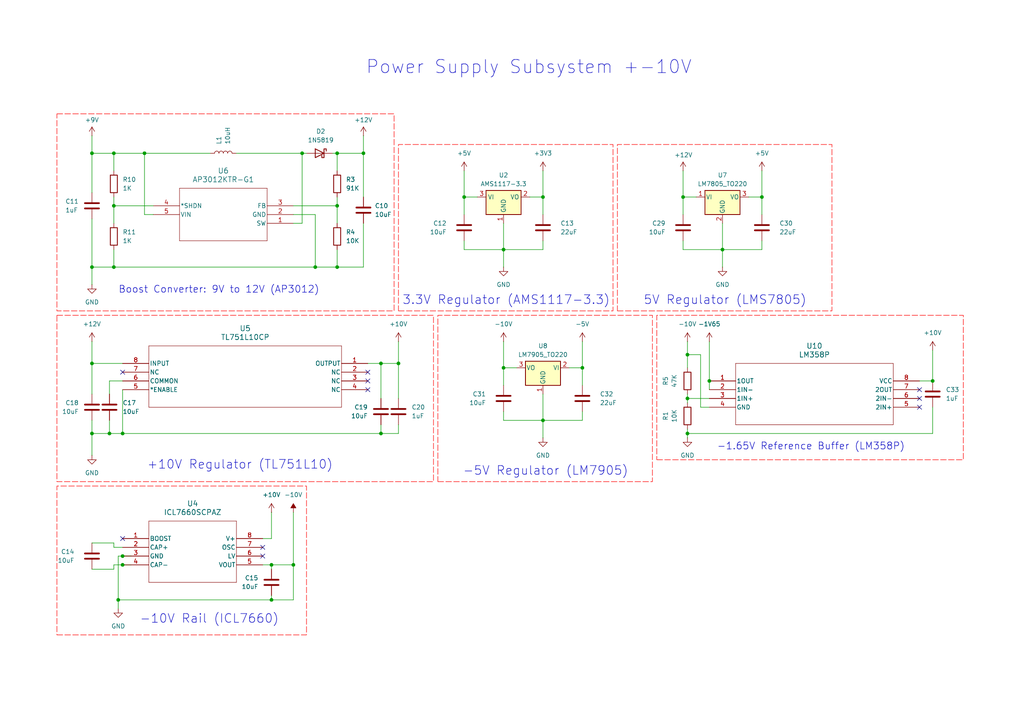
<source format=kicad_sch>
(kicad_sch (version 20250114) (generator "eeschema") (generator_version "9.0")
  (paper "A4")
  (lib_symbols
    (symbol "2025-04-09_23-15-12:TL751L10CP" (pin_names (offset 0.254))
      (property "Reference" "U" (at 35.56 10.16 0))
      (property "Value" "TL751L10CP" (at 35.56 7.62 0))
      (symbol "TL751L10CP_0_1"
        (polyline (pts (xy 7.62 5.08) (xy 7.62 -12.7)) (stroke (width 0.127)))
        (polyline (pts (xy 7.62 -12.7) (xy 63.5 -12.7)) (stroke (width 0.127)))
        (polyline (pts (xy 63.5 5.08) (xy 7.62 5.08)) (stroke (width 0.127)))
        (polyline (pts (xy 63.5 -12.7) (xy 63.5 5.08)) (stroke (width 0.127)))
        (pin output line (at 0 0 0) (length 7.62) (name "OUTPUT") (number "1"))
        (pin unspecified line (at 0 -2.54 0) (length 7.62) (name "NC") (number "2"))
        (pin unspecified line (at 0 -5.08 0) (length 7.62) (name "NC") (number "3"))
        (pin unspecified line (at 0 -7.62 0) (length 7.62) (name "NC") (number "4"))
        (pin input line (at 71.12 0 180) (length 7.62) (name "INPUT") (number "8"))
        (pin unspecified line (at 71.12 -2.54 180) (length 7.62) (name "NC") (number "7"))
        (pin unspecified line (at 71.12 -5.08 180) (length 7.62) (name "COMMON") (number "6"))
        (pin unspecified line (at 71.12 -7.62 180) (length 7.62) (name "*ENABLE") (number "5"))
      )
    )
    (symbol "2025-04-09_23-31-18:ICL7660SCPAZ" (pin_names (offset 0.254))
      (property "Reference" "U" (at 20.32 10.16 0))
      (property "Value" "ICL7660SCPAZ" (at 20.32 7.62 0))
      (symbol "ICL7660SCPAZ_0_1"
        (polyline (pts (xy 7.62 5.08) (xy 7.62 -12.7)) (stroke (width 0.127)))
        (polyline (pts (xy 7.62 -12.7) (xy 33.02 -12.7)) (stroke (width 0.127)))
        (polyline (pts (xy 33.02 5.08) (xy 7.62 5.08)) (stroke (width 0.127)))
        (polyline (pts (xy 33.02 -12.7) (xy 33.02 5.08)) (stroke (width 0.127)))
        (pin unspecified line (at 0 0 0) (length 7.62) (name "BOOST") (number "1"))
        (pin unspecified line (at 0 -2.54 0) (length 7.62) (name "CAP+") (number "2"))
        (pin power_in line (at 0 -5.08 0) (length 7.62) (name "GND") (number "3"))
        (pin unspecified line (at 0 -7.62 0) (length 7.62) (name "CAP-") (number "4"))
        (pin power_in line (at 40.64 0 180) (length 7.62) (name "V+") (number "8"))
        (pin unspecified line (at 40.64 -2.54 180) (length 7.62) (name "OSC") (number "7"))
        (pin unspecified line (at 40.64 -5.08 180) (length 7.62) (name "LV") (number "6"))
        (pin output line (at 40.64 -7.62 180) (length 7.62) (name "VOUT") (number "5"))
      )
    )
    (symbol "2025-04-09_23-40-38:AP3012KTR-G1" (pin_names (offset 0.254))
      (property "Reference" "U6" (at 20.32 10.16 0))
      (property "Value" "AP3012KTR-G1" (at 20.32 7.62 0))
      (symbol "AP3012KTR-G1_0_1"
        (polyline (pts (xy 7.62 5.08) (xy 7.62 -10.16)) (stroke (width 0.127)))
        (polyline (pts (xy 7.62 -10.16) (xy 33.02 -10.16)) (stroke (width 0.127)))
        (polyline (pts (xy 33.02 5.08) (xy 7.62 5.08)) (stroke (width 0.127)))
        (polyline (pts (xy 33.02 -10.16) (xy 33.02 5.08)) (stroke (width 0.127)))
      )
      (symbol "AP3012KTR-G1_1_1"
        (pin unspecified line (at 0 0 0) (length 7.62) (name "*SHDN") (number "4"))
        (pin power_out line (at 0 -2.54 0) (length 7.62) (name "VIN") (number "5"))
        (pin power_in line (at 40.64 0 180) (length 7.62) (name "FB") (number "3"))
        (pin unspecified line (at 40.64 -2.54 180) (length 7.62) (name "GND") (number "2"))
        (pin unspecified line (at 40.64 -5.08 180) (length 7.62) (name "SW") (number "1"))
      )
    )
    (symbol "2025-05-03_03-20-08:LM358P" (pin_names (offset 0.254))
      (property "Reference" "U" (at 30.48 10.16 0))
      (property "Value" "LM358P" (at 30.48 7.62 0))
      (symbol "LM358P_0_1"
        (polyline (pts (xy 7.62 5.08) (xy 7.62 -12.7)) (stroke (width 0.127)))
        (polyline (pts (xy 7.62 -12.7) (xy 53.34 -12.7)) (stroke (width 0.127)))
        (polyline (pts (xy 53.34 5.08) (xy 7.62 5.08)) (stroke (width 0.127)))
        (polyline (pts (xy 53.34 -12.7) (xy 53.34 5.08)) (stroke (width 0.127)))
        (pin output line (at 0 0 0) (length 7.62) (name "1OUT") (number "1"))
        (pin input line (at 0 -2.54 0) (length 7.62) (name "1IN-") (number "2"))
        (pin input line (at 0 -5.08 0) (length 7.62) (name "1IN+") (number "3"))
        (pin power_in line (at 0 -7.62 0) (length 7.62) (name "GND") (number "4"))
        (pin power_in line (at 60.96 0 180) (length 7.62) (name "VCC") (number "8"))
        (pin output line (at 60.96 -2.54 180) (length 7.62) (name "2OUT") (number "7"))
        (pin input line (at 60.96 -5.08 180) (length 7.62) (name "2IN-") (number "6"))
        (pin input line (at 60.96 -7.62 180) (length 7.62) (name "2IN+") (number "5"))
      )
    )
    (symbol "Device:C" (pin_numbers (hide yes)) (pin_names (offset 0.254))
      (property "Reference" "C" (at 0.635 2.54 0))
      (property "Value" "C" (at 0.635 -2.54 0))
      (symbol "C_0_1"
        (polyline (pts (xy -2.032 0.762) (xy 2.032 0.762)) (stroke (width 0.508)))
        (polyline (pts (xy -2.032 -0.762) (xy 2.032 -0.762)) (stroke (width 0.508)))
      )
      (symbol "C_1_1"
        (pin passive line (at 0 3.81 270) (length 2.794) (name "~") (number "1"))
        (pin passive line (at 0 -3.81 90) (length 2.794) (name "~") (number "2"))
      )
    )
    (symbol "Device:L" (pin_numbers (hide yes)) (pin_names (offset 1.016) (hide yes))
      (property "Reference" "L" (at -1.27 0 90))
      (property "Value" "L" (at 1.905 0 90))
      (symbol "L_0_1"
        (arc (start 0 2.54) (mid 0.6323 1.905) (end 0 1.27))
        (arc (start 0 1.27) (mid 0.6323 0.635) (end 0 0))
        (arc (start 0 0) (mid 0.6323 -0.635) (end 0 -1.27))
        (arc (start 0 -1.27) (mid 0.6323 -1.905) (end 0 -2.54))
      )
      (symbol "L_1_1"
        (pin passive line (at 0 3.81 270) (length 1.27) (name "1") (number "1"))
        (pin passive line (at 0 -3.81 90) (length 1.27) (name "2") (number "2"))
      )
    )
    (symbol "Device:R" (pin_numbers (hide yes)) (pin_names (offset 0))
      (property "Reference" "R" (at 2.032 0 90))
      (property "Value" "R" (at 0 0 90))
      (symbol "R_0_1"
        (rectangle (start -1.016 -2.54) (end 1.016 2.54) (stroke (width 0.254)))
      )
      (symbol "R_1_1"
        (pin passive line (at 0 3.81 270) (length 1.27) (name "~") (number "1"))
        (pin passive line (at 0 -3.81 90) (length 1.27) (name "~") (number "2"))
      )
    )
    (symbol "Diode:1N5819" (pin_numbers (hide yes)) (pin_names (offset 1.016) (hide yes))
      (property "Reference" "D" (at 0 2.54 0))
      (property "Value" "1N5819" (at 0 -2.54 0))
      (symbol "1N5819_0_1"
        (polyline (pts (xy -1.905 0.635) (xy -1.905 1.27) (xy -1.27 1.27) (xy -1.27 -1.27) (xy -0.635 -1.27) (xy -0.635 -0.635)) (stroke (width 0.254)))
        (polyline (pts (xy 1.27 1.27) (xy 1.27 -1.27) (xy -1.27 0) (xy 1.27 1.27)) (stroke (width 0.254)))
        (polyline (pts (xy 1.27 0) (xy -1.27 0)))
      )
      (symbol "1N5819_1_1"
        (pin passive line (at -3.81 0 0) (length 2.54) (name "K") (number "1"))
        (pin passive line (at 3.81 0 180) (length 2.54) (name "A") (number "2"))
      )
    )
    (symbol "Regulator_Linear:AMS1117-3.3"
      (property "Reference" "U" (at -3.81 3.175 0))
      (property "Value" "AMS1117-3.3" (at 0 3.175 0))
      (symbol "AMS1117-3.3_0_1"
        (rectangle (start -5.08 -5.08) (end 5.08 1.905) (stroke (width 0.254)) (fill (type background)))
      )
      (symbol "AMS1117-3.3_1_1"
        (pin power_in line (at -7.62 0 0) (length 2.54) (name "VI") (number "3"))
        (pin power_in line (at 0 -7.62 90) (length 2.54) (name "GND") (number "1"))
        (pin power_out line (at 7.62 0 180) (length 2.54) (name "VO") (number "2"))
      )
    )
    (symbol "Regulator_Linear:LM7805_TO220" (pin_names (offset 0.254))
      (property "Reference" "U" (at -3.81 3.175 0))
      (property "Value" "LM7805_TO220" (at 0 3.175 0))
      (symbol "LM7805_TO220_0_1"
        (rectangle (start -5.08 1.905) (end 5.08 -5.08) (stroke (width 0.254)) (fill (type background)))
      )
      (symbol "LM7805_TO220_1_1"
        (pin power_in line (at -7.62 0 0) (length 2.54) (name "VI") (number "1"))
        (pin power_in line (at 0 -7.62 90) (length 2.54) (name "GND") (number "2"))
        (pin power_out line (at 7.62 0 180) (length 2.54) (name "VO") (number "3"))
      )
    )
    (symbol "Regulator_Linear:LM7905_TO220" (pin_names (offset 0.254))
      (property "Reference" "U" (at -3.81 -3.175 0))
      (property "Value" "LM7905_TO220" (at 0 -3.175 0))
      (symbol "LM7905_TO220_0_1"
        (rectangle (start -5.08 5.08) (end 5.08 -1.905) (stroke (width 0.254)) (fill (type background)))
      )
      (symbol "LM7905_TO220_1_1"
        (pin power_in line (at -7.62 0 0) (length 2.54) (name "VI") (number "2"))
        (pin power_in line (at 0 7.62 270) (length 2.54) (name "GND") (number "1"))
        (pin power_out line (at 7.62 0 180) (length 2.54) (name "VO") (number "3"))
      )
    )
    (symbol "power:+10V" (power) (pin_numbers (hide yes)) (pin_names (offset 0) (hide yes))
      (property "Value" "+10V" (at 0 3.556 0))
      (symbol "+10V_0_1"
        (polyline (pts (xy -0.762 1.27) (xy 0 2.54)))
        (polyline (pts (xy 0 2.54) (xy 0.762 1.27)))
        (polyline (pts (xy 0 0) (xy 0 2.54)))
      )
      (symbol "+10V_1_1"
        (pin power_in line (at 0 0 90) (length 0) (name "~") (number "1"))
      )
    )
    (symbol "power:+12V" (power) (pin_numbers (hide yes)) (pin_names (offset 0) (hide yes))
      (property "Value" "+12V" (at 0 3.556 0))
      (symbol "+12V_0_1"
        (polyline (pts (xy -0.762 1.27) (xy 0 2.54)))
        (polyline (pts (xy 0 2.54) (xy 0.762 1.27)))
        (polyline (pts (xy 0 0) (xy 0 2.54)))
      )
      (symbol "+12V_1_1"
        (pin power_in line (at 0 0 90) (length 0) (name "~") (number "1"))
      )
    )
    (symbol "power:+3V3" (power) (pin_numbers (hide yes)) (pin_names (offset 0) (hide yes))
      (property "Value" "+3V3" (at 0 3.556 0))
      (symbol "+3V3_0_1"
        (polyline (pts (xy -0.762 1.27) (xy 0 2.54)))
        (polyline (pts (xy 0 2.54) (xy 0.762 1.27)))
        (polyline (pts (xy 0 0) (xy 0 2.54)))
      )
      (symbol "+3V3_1_1"
        (pin power_in line (at 0 0 90) (length 0) (name "~") (number "1"))
      )
    )
    (symbol "power:+9V" (power) (pin_numbers (hide yes)) (pin_names (offset 0) (hide yes))
      (property "Value" "+9V" (at 0 3.556 0))
      (symbol "+9V_0_1"
        (polyline (pts (xy -0.762 1.27) (xy 0 2.54)))
        (polyline (pts (xy 0 2.54) (xy 0.762 1.27)))
        (polyline (pts (xy 0 0) (xy 0 2.54)))
      )
      (symbol "+9V_1_1"
        (pin power_in line (at 0 0 90) (length 0) (name "~") (number "1"))
      )
    )
    (symbol "power:-10V" (power) (pin_numbers (hide yes)) (pin_names (offset 0) (hide yes))
      (property "Value" "-10V" (at 0 3.556 0))
      (symbol "-10V_0_0"
        (pin power_in line (at 0 0 90) (length 0) (name "~") (number "1"))
      )
      (symbol "-10V_0_1"
        (polyline (pts (xy 0 0) (xy 0 1.27) (xy 0.762 1.27) (xy 0 2.54) (xy -0.762 1.27) (xy 0 1.27)) (fill (type outline)))
      )
    )
    (symbol "power:GND" (power) (pin_numbers (hide yes)) (pin_names (offset 0) (hide yes))
      (property "Value" "GND" (at 0 -3.81 0))
      (symbol "GND_0_1"
        (polyline (pts (xy 0 0) (xy 0 -1.27) (xy 1.27 -1.27) (xy 0 -2.54) (xy -1.27 -1.27) (xy 0 -1.27)))
      )
      (symbol "GND_1_1"
        (pin power_in line (at 0 0 270) (length 0) (name "~") (number "1"))
      )
    )
  )
  (text "Power Supply Subsystem +-10V" (at 153.416 19.558 0) (effects (font (size 3.81 3.81))))
  (text "-1.65V Reference Buffer (LM358P)" (at 235.204 129.54 0) (effects (font (size 2.032 2.032))))
  (text "5V Regulator (LMS7805)" (at 210.312 87.122 0) (effects (font (size 2.54 2.54))))
  (text "+10V Regulator (TL751L10)" (at 69.596 134.874 0) (effects (font (size 2.54 2.54))))
  (text "-5V Regulator (LM7905)" (at 158.242 136.652 0) (effects (font (size 2.54 2.54))))
  (text "−10V Rail (ICL7660)" (at 60.706 179.578 0) (effects (font (size 2.54 2.54))))
  (text "Boost Converter: 9V to 12V (AP3012)" (at 63.5 84.074 0) (effects (font (size 2.032 2.032))))
  (text "3.3V Regulator (AMS1117-3.3)" (at 146.812 87.122 0) (effects (font (size 2.54 2.54))))
  (junction (at 97.79 77.47))
  (junction (at 168.91 106.68))
  (junction (at 41.91 44.45))
  (junction (at 97.79 59.69))
  (junction (at 199.39 125.73))
  (junction (at 146.05 72.39))
  (junction (at 209.55 72.39))
  (junction (at 31.75 125.73))
  (junction (at 270.51 110.49))
  (junction (at 26.67 105.41))
  (junction (at 105.41 44.45))
  (junction (at 78.74 163.83))
  (junction (at 97.79 44.45))
  (junction (at 35.56 161.29))
  (junction (at 157.48 57.15))
  (junction (at 205.74 110.49))
  (junction (at 26.67 44.45))
  (junction (at 146.05 106.68))
  (junction (at 110.49 105.41))
  (junction (at 33.02 59.69))
  (junction (at 35.56 125.73))
  (junction (at 33.02 44.45))
  (junction (at 199.39 115.57))
  (junction (at 115.57 105.41))
  (junction (at 26.67 77.47))
  (junction (at 110.49 125.73))
  (junction (at 85.09 163.83))
  (junction (at 78.74 173.99))
  (junction (at 26.67 125.73))
  (junction (at 199.39 102.87))
  (junction (at 198.12 57.15))
  (junction (at 34.29 173.99))
  (junction (at 35.56 163.83))
  (junction (at 33.02 77.47))
  (junction (at 91.44 77.47))
  (junction (at 220.98 57.15))
  (junction (at 157.48 121.92))
  (junction (at 87.63 44.45))
  (junction (at 134.62 57.15))
  (no_connect (at 35.56 107.95))
  (no_connect (at 76.2 161.29))
  (no_connect (at 266.7 118.11))
  (no_connect (at 106.68 107.95))
  (no_connect (at 266.7 113.03))
  (no_connect (at 106.68 110.49))
  (no_connect (at 35.56 156.21))
  (no_connect (at 106.68 113.03))
  (no_connect (at 266.7 115.57))
  (no_connect (at 76.2 158.75))
  (wire (pts (xy 33.02 165.1) (xy 26.67 165.1)))
  (wire (pts (xy 26.67 132.08) (xy 26.67 125.73)))
  (wire (pts (xy 146.05 106.68) (xy 146.05 111.76)))
  (wire (pts (xy 165.1 106.68) (xy 168.91 106.68)))
  (wire (pts (xy 33.02 157.48) (xy 33.02 158.75)))
  (wire (pts (xy 26.67 105.41) (xy 26.67 114.3)))
  (wire (pts (xy 199.39 127) (xy 199.39 125.73)))
  (wire (pts (xy 33.02 59.69) (xy 33.02 64.77)))
  (wire (pts (xy 41.91 62.23) (xy 41.91 44.45)))
  (wire (pts (xy 85.09 163.83) (xy 85.09 173.99)))
  (wire (pts (xy 31.75 121.92) (xy 31.75 125.73)))
  (wire (pts (xy 153.67 57.15) (xy 157.48 57.15)))
  (wire (pts (xy 85.09 59.69) (xy 97.79 59.69)))
  (wire (pts (xy 87.63 44.45) (xy 87.63 64.77)))
  (wire (pts (xy 105.41 39.37) (xy 105.41 44.45)))
  (wire (pts (xy 157.48 69.85) (xy 157.48 72.39)))
  (wire (pts (xy 220.98 72.39) (xy 209.55 72.39)))
  (wire (pts (xy 26.67 125.73) (xy 31.75 125.73)))
  (wire (pts (xy 149.86 106.68) (xy 146.05 106.68)))
  (wire (pts (xy 198.12 69.85) (xy 198.12 72.39)))
  (wire (pts (xy 85.09 148.59) (xy 85.09 163.83)))
  (wire (pts (xy 38.1 161.29) (xy 35.56 161.29)))
  (wire (pts (xy 199.39 99.06) (xy 199.39 102.87)))
  (wire (pts (xy 78.74 173.99) (xy 85.09 173.99)))
  (wire (pts (xy 157.48 72.39) (xy 146.05 72.39)))
  (wire (pts (xy 157.48 57.15) (xy 157.48 62.23)))
  (wire (pts (xy 31.75 110.49) (xy 31.75 114.3)))
  (wire (pts (xy 134.62 57.15) (xy 134.62 62.23)))
  (wire (pts (xy 203.2 118.11) (xy 203.2 102.87)))
  (wire (pts (xy 26.67 121.92) (xy 26.67 125.73)))
  (wire (pts (xy 78.74 165.1) (xy 78.74 163.83)))
  (wire (pts (xy 97.79 72.39) (xy 97.79 77.47)))
  (wire (pts (xy 76.2 156.21) (xy 78.74 156.21)))
  (wire (pts (xy 205.74 99.06) (xy 205.74 110.49)))
  (wire (pts (xy 26.67 39.37) (xy 26.67 44.45)))
  (wire (pts (xy 35.56 163.83) (xy 33.02 163.83)))
  (wire (pts (xy 26.67 44.45) (xy 33.02 44.45)))
  (wire (pts (xy 35.56 110.49) (xy 31.75 110.49)))
  (wire (pts (xy 209.55 72.39) (xy 209.55 77.47)))
  (wire (pts (xy 105.41 77.47) (xy 97.79 77.47)))
  (wire (pts (xy 91.44 62.23) (xy 91.44 77.47)))
  (wire (pts (xy 33.02 77.47) (xy 91.44 77.47)))
  (wire (pts (xy 134.62 72.39) (xy 146.05 72.39)))
  (wire (pts (xy 198.12 72.39) (xy 209.55 72.39)))
  (wire (pts (xy 35.56 161.29) (xy 34.29 161.29)))
  (wire (pts (xy 115.57 123.19) (xy 115.57 125.73)))
  (wire (pts (xy 199.39 102.87) (xy 199.39 106.68)))
  (wire (pts (xy 33.02 57.15) (xy 33.02 59.69)))
  (wire (pts (xy 199.39 116.84) (xy 199.39 115.57)))
  (wire (pts (xy 157.48 121.92) (xy 157.48 127)))
  (wire (pts (xy 33.02 72.39) (xy 33.02 77.47)))
  (wire (pts (xy 35.56 113.03) (xy 35.56 125.73)))
  (wire (pts (xy 134.62 69.85) (xy 134.62 72.39)))
  (wire (pts (xy 199.39 115.57) (xy 205.74 115.57)))
  (wire (pts (xy 168.91 121.92) (xy 157.48 121.92)))
  (wire (pts (xy 270.51 125.73) (xy 199.39 125.73)))
  (wire (pts (xy 97.79 44.45) (xy 96.52 44.45)))
  (wire (pts (xy 85.09 62.23) (xy 91.44 62.23)))
  (wire (pts (xy 146.05 119.38) (xy 146.05 121.92)))
  (wire (pts (xy 134.62 49.53) (xy 134.62 57.15)))
  (wire (pts (xy 78.74 163.83) (xy 85.09 163.83)))
  (wire (pts (xy 33.02 44.45) (xy 33.02 49.53)))
  (wire (pts (xy 203.2 102.87) (xy 199.39 102.87)))
  (wire (pts (xy 220.98 49.53) (xy 220.98 57.15)))
  (wire (pts (xy 198.12 49.53) (xy 198.12 57.15)))
  (wire (pts (xy 38.1 163.83) (xy 35.56 163.83)))
  (wire (pts (xy 105.41 44.45) (xy 97.79 44.45)))
  (wire (pts (xy 87.63 44.45) (xy 88.9 44.45)))
  (wire (pts (xy 34.29 176.53) (xy 34.29 173.99)))
  (wire (pts (xy 85.09 64.77) (xy 87.63 64.77)))
  (wire (pts (xy 205.74 118.11) (xy 203.2 118.11)))
  (wire (pts (xy 270.51 101.6) (xy 270.51 110.49)))
  (wire (pts (xy 106.68 105.41) (xy 110.49 105.41)))
  (wire (pts (xy 138.43 57.15) (xy 134.62 57.15)))
  (wire (pts (xy 270.51 118.11) (xy 270.51 125.73)))
  (wire (pts (xy 220.98 57.15) (xy 220.98 62.23)))
  (wire (pts (xy 168.91 106.68) (xy 168.91 111.76)))
  (wire (pts (xy 199.39 114.3) (xy 199.39 115.57)))
  (wire (pts (xy 110.49 105.41) (xy 110.49 115.57)))
  (wire (pts (xy 201.93 57.15) (xy 198.12 57.15)))
  (wire (pts (xy 199.39 124.46) (xy 199.39 125.73)))
  (wire (pts (xy 33.02 59.69) (xy 44.45 59.69)))
  (wire (pts (xy 97.79 44.45) (xy 97.79 49.53)))
  (wire (pts (xy 105.41 44.45) (xy 105.41 57.15)))
  (wire (pts (xy 31.75 125.73) (xy 35.56 125.73)))
  (wire (pts (xy 26.67 105.41) (xy 35.56 105.41)))
  (wire (pts (xy 97.79 57.15) (xy 97.79 59.69)))
  (wire (pts (xy 209.55 64.77) (xy 209.55 72.39)))
  (wire (pts (xy 115.57 99.06) (xy 115.57 105.41)))
  (wire (pts (xy 26.67 77.47) (xy 26.67 82.55)))
  (wire (pts (xy 97.79 77.47) (xy 91.44 77.47)))
  (wire (pts (xy 78.74 172.72) (xy 78.74 173.99)))
  (wire (pts (xy 34.29 161.29) (xy 34.29 173.99)))
  (wire (pts (xy 146.05 99.06) (xy 146.05 106.68)))
  (wire (pts (xy 87.63 44.45) (xy 68.58 44.45)))
  (wire (pts (xy 157.48 49.53) (xy 157.48 57.15)))
  (wire (pts (xy 41.91 44.45) (xy 60.96 44.45)))
  (wire (pts (xy 146.05 72.39) (xy 146.05 77.47)))
  (wire (pts (xy 35.56 125.73) (xy 110.49 125.73)))
  (wire (pts (xy 266.7 110.49) (xy 270.51 110.49)))
  (wire (pts (xy 33.02 163.83) (xy 33.02 165.1)))
  (wire (pts (xy 26.67 99.06) (xy 26.67 105.41)))
  (wire (pts (xy 198.12 57.15) (xy 198.12 62.23)))
  (wire (pts (xy 217.17 57.15) (xy 220.98 57.15)))
  (wire (pts (xy 168.91 99.06) (xy 168.91 106.68)))
  (wire (pts (xy 146.05 121.92) (xy 157.48 121.92)))
  (wire (pts (xy 115.57 125.73) (xy 110.49 125.73)))
  (wire (pts (xy 26.67 63.5) (xy 26.67 77.47)))
  (wire (pts (xy 205.74 113.03) (xy 205.74 110.49)))
  (wire (pts (xy 33.02 158.75) (xy 35.56 158.75)))
  (wire (pts (xy 157.48 114.3) (xy 157.48 121.92)))
  (wire (pts (xy 44.45 62.23) (xy 41.91 62.23)))
  (wire (pts (xy 105.41 64.77) (xy 105.41 77.47)))
  (wire (pts (xy 115.57 105.41) (xy 115.57 115.57)))
  (wire (pts (xy 26.67 157.48) (xy 33.02 157.48)))
  (wire (pts (xy 220.98 69.85) (xy 220.98 72.39)))
  (wire (pts (xy 34.29 173.99) (xy 78.74 173.99)))
  (wire (pts (xy 168.91 119.38) (xy 168.91 121.92)))
  (wire (pts (xy 78.74 163.83) (xy 76.2 163.83)))
  (wire (pts (xy 97.79 59.69) (xy 97.79 64.77)))
  (wire (pts (xy 33.02 44.45) (xy 41.91 44.45)))
  (wire (pts (xy 146.05 64.77) (xy 146.05 72.39)))
  (wire (pts (xy 26.67 44.45) (xy 26.67 55.88)))
  (wire (pts (xy 110.49 105.41) (xy 115.57 105.41)))
  (wire (pts (xy 78.74 148.59) (xy 78.74 156.21)))
  (wire (pts (xy 26.67 77.47) (xy 33.02 77.47)))
  (wire (pts (xy 110.49 123.19) (xy 110.49 125.73)))
  (rule_area (polyline (pts (xy 115.57 90.17) (xy 177.8 90.17) (xy 177.8 41.91) (xy 115.57 41.91)) (stroke (width 0) (type dash))))
  (rule_area (polyline (pts (xy 16.51 184.15) (xy 88.9 184.15) (xy 88.9 140.97) (xy 16.51 140.97)) (stroke (width 0) (type dash))))
  (rule_area (polyline (pts (xy 190.5 133.35) (xy 279.4 133.35) (xy 279.4 91.44) (xy 190.5 91.44)) (stroke (width 0) (type dash))))
  (rule_area (polyline (pts (xy 127 139.7) (xy 189.23 139.7) (xy 189.23 91.44) (xy 127 91.44)) (stroke (width 0) (type dash))))
  (rule_area (polyline (pts (xy 16.51 91.44) (xy 125.73 91.44) (xy 125.73 139.7) (xy 16.51 139.7)) (stroke (width 0) (type dash))))
  (rule_area (polyline (pts (xy 179.07 90.17) (xy 241.3 90.17) (xy 241.3 41.91) (xy 179.07 41.91)) (stroke (width 0) (type dash))))
  (rule_area (polyline (pts (xy 16.51 33.02) (xy 114.3 33.02) (xy 114.3 90.17) (xy 16.51 90.17)) (stroke (width 0) (type dash))))
  (symbol (lib_id "Device:C") (at 134.62 66.04 0) (mirror y) (unit 1)
    (property "Reference" "C12" (at 129.54 64.7699 0) (effects (justify left)))
    (property "Value" "10uF" (at 129.54 67.3099 0) (effects (justify left)))
    (property "Description" "Unpolarized capacitor" (effects (hide yes)))
  )
  (symbol (lib_id "Device:R") (at 33.02 53.34 0) (unit 1)
    (property "Reference" "R10" (at 35.56 52.0699 0) (effects (justify left)))
    (property "Value" "1K" (at 35.56 54.6099 0) (effects (justify left)))
    (property "Description" "Resistor" (effects (hide yes)))
  )
  (symbol (lib_id "power:+3V3") (at 168.91 99.06 0) (unit 1)
    (property "Reference" "#PWR035" (effects (hide yes)))
    (property "Value" "-5V" (at 168.91 93.98 0))
    (property "Description" "Power symbol creates a global label with name \"+3V3\"" (effects (hide yes)))
  )
  (symbol (lib_id "power:+10V") (at 270.51 101.6 0) (unit 1)
    (property "Reference" "#PWR038" (effects (hide yes)))
    (property "Value" "+10V" (at 270.51 96.52 0))
    (property "Description" "Power symbol creates a global label with name \"+10V\"" (effects (hide yes)))
  )
  (symbol (lib_id "Device:C") (at 146.05 115.57 0) (mirror y) (unit 1)
    (property "Reference" "C31" (at 140.97 114.2999 0) (effects (justify left)))
    (property "Value" "10uF" (at 140.97 116.8399 0) (effects (justify left)))
    (property "Description" "Unpolarized capacitor" (effects (hide yes)))
  )
  (symbol (lib_id "Regulator_Linear:LM7805_TO220") (at 209.55 57.15 0) (unit 1)
    (property "Reference" "U7" (at 209.55 50.8 0))
    (property "Value" "LM7805_TO220" (at 209.55 53.34 0))
    (property "Footprint" "Package_TO_SOT_THT:TO-220-3_Vertical" (effects (hide yes)))
    (property "Datasheet" "https://www.onsemi.cn/PowerSolutions/document/MC7800-D.PDF" (effects (hide yes)))
    (property "Description" "Positive 1A 35V Linear Regulator, Fixed Output 5V, TO-220" (effects (hide yes)))
  )
  (symbol (lib_id "Device:L") (at 64.77 44.45 90) (unit 1)
    (property "Reference" "L1" (at 63.4999 41.91 0) (effects (justify left)))
    (property "Value" "10uH" (at 66.0399 41.91 0) (effects (justify left)))
    (property "Description" "Inductor" (effects (hide yes)))
  )
  (symbol (lib_id "power:-10V") (at 85.09 148.59 0) (unit 1)
    (property "Reference" "#PWR031" (effects (hide yes)))
    (property "Value" "-10V" (at 85.09 143.51 0))
    (property "Description" "Power symbol creates a global label with name \"-10V\"" (effects (hide yes)))
  )
  (symbol (lib_id "power:GND") (at 26.67 132.08 0) (unit 1)
    (property "Reference" "#PWR012" (effects (hide yes)))
    (property "Value" "GND" (at 26.67 137.16 0))
    (property "Description" "Power symbol creates a global label with name \"GND\" , ground" (effects (hide yes)))
  )
  (symbol (lib_id "Device:C") (at 115.57 119.38 0) (unit 1)
    (property "Reference" "C20" (at 119.38 118.1099 0) (effects (justify left)))
    (property "Value" "1uF" (at 119.38 120.6499 0) (effects (justify left)))
    (property "Description" "Unpolarized capacitor" (effects (hide yes)))
  )
  (symbol (lib_id "Device:R") (at 97.79 68.58 0) (unit 1)
    (property "Reference" "R4" (at 100.33 67.3099 0) (effects (justify left)))
    (property "Value" "10K" (at 100.33 69.8499 0) (effects (justify left)))
    (property "Description" "Resistor" (effects (hide yes)))
  )
  (symbol (lib_id "2025-04-09_23-40-38:AP3012KTR-G1") (at 44.45 59.69 0) (unit 1)
    (property "Reference" "U6" (at 64.77 49.53 0) (effects (font (size 1.524 1.524))))
    (property "Value" "AP3012KTR-G1" (at 64.77 52.07 0) (effects (font (size 1.524 1.524))))
    (property "Footprint" "SOT-23-5_DIO" (effects (hide yes)))
    (property "Datasheet" "AP3012KTR-G1" (effects (hide yes)))
  )
  (symbol (lib_id "2025-04-09_23-15-12:TL751L10CP") (at 106.68 105.41 0) (mirror y) (unit 1)
    (property "Reference" "U5" (at 71.12 95.25 0) (effects (font (size 1.524 1.524))))
    (property "Value" "TL751L10CP" (at 71.12 97.79 0) (effects (font (size 1.524 1.524))))
    (property "Footprint" "P8_TEX" (effects (hide yes)))
    (property "Datasheet" "TL751L10CP" (effects (hide yes)))
  )
  (symbol (lib_id "2025-04-09_23-31-18:ICL7660SCPAZ") (at 35.56 156.21 0) (unit 1)
    (property "Reference" "U4" (at 55.88 146.05 0) (effects (font (size 1.524 1.524))))
    (property "Value" "ICL7660SCPAZ" (at 55.88 148.59 0) (effects (font (size 1.524 1.524))))
    (property "Footprint" "PDIP8_7P11X10P16_INR" (effects (hide yes)))
    (property "Datasheet" "ICL7660SCPAZ" (effects (hide yes)))
  )
  (symbol (lib_id "power:+10V") (at 146.05 99.06 0) (unit 1)
    (property "Reference" "#PWR034" (effects (hide yes)))
    (property "Value" "-10V" (at 146.05 93.98 0))
    (property "Description" "Power symbol creates a global label with name \"+10V\"" (effects (hide yes)))
  )
  (symbol (lib_id "2025-05-03_03-20-08:LM358P") (at 205.74 110.49 0) (unit 1)
    (property "Reference" "U10" (at 236.22 100.33 0) (effects (font (size 1.524 1.524))))
    (property "Value" "LM358P" (at 236.22 102.87 0) (effects (font (size 1.524 1.524))))
    (property "Footprint" "P8" (effects (hide yes)))
    (property "Datasheet" "LM358P" (effects (hide yes)))
  )
  (symbol (lib_id "power:+12V") (at 105.41 39.37 0) (unit 1)
    (property "Reference" "#PWR025" (effects (hide yes)))
    (property "Value" "+12V" (at 105.41 34.798 0))
    (property "Description" "Power symbol creates a global label with name \"+12V\"" (effects (hide yes)))
  )
  (symbol (lib_id "power:+10V") (at 198.12 49.53 0) (unit 1)
    (property "Reference" "#PWR032" (effects (hide yes)))
    (property "Value" "+12V" (at 195.58 44.958 0) (effects (justify left)))
    (property "Description" "Power symbol creates a global label with name \"+10V\"" (effects (hide yes)))
  )
  (symbol (lib_id "Device:C") (at 26.67 59.69 0) (mirror y) (unit 1)
    (property "Reference" "C11" (at 22.86 58.42 0) (effects (justify left)))
    (property "Value" "1uF" (at 22.606 60.96 0) (effects (justify left)))
    (property "Description" "Unpolarized capacitor" (effects (hide yes)))
  )
  (symbol (lib_id "Device:C") (at 31.75 118.11 0) (unit 1)
    (property "Reference" "C17" (at 35.56 116.8399 0) (effects (justify left)))
    (property "Value" "10uF" (at 35.56 119.3799 0) (effects (justify left)))
    (property "Description" "Unpolarized capacitor" (effects (hide yes)))
  )
  (symbol (lib_id "Device:C") (at 110.49 119.38 0) (mirror y) (unit 1)
    (property "Reference" "C19" (at 106.68 118.1099 0) (effects (justify left)))
    (property "Value" "10uF" (at 106.68 120.6499 0) (effects (justify left)))
    (property "Description" "Unpolarized capacitor" (effects (hide yes)))
  )
  (symbol (lib_id "power:+10V") (at 199.39 99.06 0) (unit 1)
    (property "Reference" "#PWR036" (effects (hide yes)))
    (property "Value" "-10V" (at 199.39 93.98 0))
    (property "Description" "Power symbol creates a global label with name \"+10V\"" (effects (hide yes)))
  )
  (symbol (lib_id "power:GND") (at 157.48 127 0) (unit 1)
    (property "Reference" "#PWR016" (effects (hide yes)))
    (property "Value" "GND" (at 157.48 132.08 0))
    (property "Description" "Power symbol creates a global label with name \"GND\" , ground" (effects (hide yes)))
  )
  (symbol (lib_id "power:+10V") (at 78.74 148.59 0) (unit 1)
    (property "Reference" "#PWR030" (effects (hide yes)))
    (property "Value" "+10V" (at 78.74 143.51 0))
    (property "Description" "Power symbol creates a global label with name \"+10V\"" (effects (hide yes)))
  )
  (symbol (lib_id "Device:C") (at 26.67 118.11 0) (mirror y) (unit 1)
    (property "Reference" "C18" (at 22.86 116.8399 0) (effects (justify left)))
    (property "Value" "10uF" (at 22.86 119.3799 0) (effects (justify left)))
    (property "Description" "Unpolarized capacitor" (effects (hide yes)))
  )
  (symbol (lib_id "power:GND") (at 146.05 77.47 0) (unit 1)
    (property "Reference" "#PWR011" (effects (hide yes)))
    (property "Value" "GND" (at 146.05 82.55 0))
    (property "Description" "Power symbol creates a global label with name \"GND\" , ground" (effects (hide yes)))
  )
  (symbol (lib_id "power:+12V") (at 26.67 99.06 0) (unit 1)
    (property "Reference" "#PWR026" (effects (hide yes)))
    (property "Value" "+12V" (at 26.67 93.98 0))
    (property "Description" "Power symbol creates a global label with name \"+12V\"" (effects (hide yes)))
  )
  (symbol (lib_id "Device:C") (at 198.12 66.04 0) (mirror y) (unit 1)
    (property "Reference" "C29" (at 193.04 64.7699 0) (effects (justify left)))
    (property "Value" "10uF" (at 193.04 67.3099 0) (effects (justify left)))
    (property "Description" "Unpolarized capacitor" (effects (hide yes)))
  )
  (symbol (lib_id "power:+10V") (at 205.74 99.06 0) (unit 1)
    (property "Reference" "#PWR039" (effects (hide yes)))
    (property "Value" "-1V65" (at 205.74 93.98 0))
    (property "Description" "Power symbol creates a global label with name \"+10V\"" (effects (hide yes)))
  )
  (symbol (lib_id "power:+9V") (at 26.67 39.37 0) (unit 1)
    (property "Reference" "#PWR024" (effects (hide yes)))
    (property "Value" "+9V" (at 26.67 34.798 0))
    (property "Description" "Power symbol creates a global label with name \"+9V\"" (effects (hide yes)))
  )
  (symbol (lib_id "Regulator_Linear:LM7905_TO220") (at 157.48 106.68 180) (unit 1)
    (property "Reference" "U8" (at 157.48 100.33 0))
    (property "Value" "LM7905_TO220" (at 157.48 102.87 0))
    (property "Footprint" "Package_TO_SOT_THT:TO-220-3_Vertical" (effects (hide yes)))
    (property "Datasheet" "https://www.onsemi.com/pub/Collateral/MC7900-D.PDF" (effects (hide yes)))
    (property "Description" "Negative 1A 35V Linear Regulator, Fixed Output 5V, TO-220" (effects (hide yes)))
  )
  (symbol (lib_id "power:GND") (at 26.67 82.55 0) (unit 1)
    (property "Reference" "#PWR010" (effects (hide yes)))
    (property "Value" "GND" (at 26.67 87.63 0))
    (property "Description" "Power symbol creates a global label with name \"GND\" , ground" (effects (hide yes)))
  )
  (symbol (lib_id "Device:C") (at 105.41 60.96 0) (unit 1)
    (property "Reference" "C10" (at 108.712 59.69 0) (effects (justify left)))
    (property "Value" "10uF" (at 108.712 62.23 0) (effects (justify left)))
    (property "Description" "Unpolarized capacitor" (effects (hide yes)))
  )
  (symbol (lib_id "power:GND") (at 34.29 176.53 0) (unit 1)
    (property "Reference" "#PWR014" (effects (hide yes)))
    (property "Value" "GND" (at 34.29 181.61 0))
    (property "Description" "Power symbol creates a global label with name \"GND\" , ground" (effects (hide yes)))
  )
  (symbol (lib_id "Device:R") (at 33.02 68.58 0) (unit 1)
    (property "Reference" "R11" (at 35.56 67.3099 0) (effects (justify left)))
    (property "Value" "1K" (at 35.56 69.8499 0) (effects (justify left)))
    (property "Description" "Resistor" (effects (hide yes)))
  )
  (symbol (lib_id "Device:R") (at 97.79 53.34 0) (unit 1)
    (property "Reference" "R3" (at 100.33 52.0699 0) (effects (justify left)))
    (property "Value" "91K" (at 100.33 54.6099 0) (effects (justify left)))
    (property "Description" "Resistor" (effects (hide yes)))
  )
  (symbol (lib_id "Diode:1N5819") (at 92.71 44.45 0) (mirror y) (unit 1)
    (property "Reference" "D2" (at 93.0275 38.1 0))
    (property "Value" "1N5819" (at 93.0275 40.64 0))
    (property "Footprint" "Diode_THT:D_DO-41_SOD81_P10.16mm_Horizontal" (effects (hide yes)))
    (property "Datasheet" "http://www.vishay.com/docs/88525/1n5817.pdf" (effects (hide yes)))
    (property "Description" "40V 1A Schottky Barrier Rectifier Diode, DO-41" (effects (hide yes)))
  )
  (symbol (lib_id "power:+3V3") (at 134.62 49.53 0) (unit 1)
    (property "Reference" "#PWR040" (effects (hide yes)))
    (property "Value" "+5V" (at 134.62 44.45 0))
    (property "Description" "Power symbol creates a global label with name \"+3V3\"" (effects (hide yes)))
  )
  (symbol (lib_id "power:+10V") (at 115.57 99.06 0) (unit 1)
    (property "Reference" "#PWR027" (effects (hide yes)))
    (property "Value" "+10V" (at 115.57 93.98 0))
    (property "Description" "Power symbol creates a global label with name \"+10V\"" (effects (hide yes)))
  )
  (symbol (lib_id "Regulator_Linear:AMS1117-3.3") (at 146.05 57.15 0) (unit 1)
    (property "Reference" "U2" (at 146.05 50.8 0))
    (property "Value" "AMS1117-3.3" (at 146.05 53.34 0))
    (property "Footprint" "Package_TO_SOT_SMD:SOT-223-3_TabPin2" (effects (hide yes)))
    (property "Datasheet" "http://www.advanced-monolithic.com/pdf/ds1117.pdf" (effects (hide yes)))
    (property "Description" "1A Low Dropout regulator, positive, 3.3V fixed output, SOT-223" (effects (hide yes)))
  )
  (symbol (lib_id "power:+3V3") (at 157.48 49.53 0) (unit 1)
    (property "Reference" "#PWR029" (effects (hide yes)))
    (property "Value" "+3V3" (at 157.48 44.45 0))
    (property "Description" "Power symbol creates a global label with name \"+3V3\"" (effects (hide yes)))
  )
  (symbol (lib_id "Device:C") (at 26.67 161.29 0) (mirror y) (unit 1)
    (property "Reference" "C14" (at 21.59 160.0199 0) (effects (justify left)))
    (property "Value" "10uF" (at 21.59 162.5599 0) (effects (justify left)))
    (property "Description" "Unpolarized capacitor" (effects (hide yes)))
  )
  (symbol (lib_id "Device:C") (at 168.91 115.57 0) (unit 1)
    (property "Reference" "C32" (at 173.99 114.2999 0) (effects (justify left)))
    (property "Value" "22uF" (at 173.99 116.8399 0) (effects (justify left)))
    (property "Description" "Unpolarized capacitor" (effects (hide yes)))
  )
  (symbol (lib_id "power:GND") (at 199.39 127 0) (unit 1)
    (property "Reference" "#PWR037" (effects (hide yes)))
    (property "Value" "GND" (at 199.39 132.08 0))
    (property "Description" "Power symbol creates a global label with name \"GND\" , ground" (effects (hide yes)))
  )
  (symbol (lib_id "Device:C") (at 270.51 114.3 0) (unit 1)
    (property "Reference" "C33" (at 274.32 113.0299 0) (effects (justify left)))
    (property "Value" "1uF" (at 274.32 115.5699 0) (effects (justify left)))
    (property "Description" "Unpolarized capacitor" (effects (hide yes)))
  )
  (symbol (lib_id "power:GND") (at 209.55 77.47 0) (unit 1)
    (property "Reference" "#PWR015" (effects (hide yes)))
    (property "Value" "GND" (at 209.55 82.55 0))
    (property "Description" "Power symbol creates a global label with name \"GND\" , ground" (effects (hide yes)))
  )
  (symbol (lib_id "Device:R") (at 199.39 120.65 180) (unit 1)
    (property "Reference" "R1" (at 193.04 120.65 90))
    (property "Value" "10K" (at 195.58 120.65 90))
    (property "Description" "Resistor" (effects (hide yes)))
  )
  (symbol (lib_id "power:+3V3") (at 220.98 49.53 0) (unit 1)
    (property "Reference" "#PWR033" (effects (hide yes)))
    (property "Value" "+5V" (at 220.98 44.45 0))
    (property "Description" "Power symbol creates a global label with name \"+3V3\"" (effects (hide yes)))
  )
  (symbol (lib_id "Device:R") (at 199.39 110.49 0) (unit 1)
    (property "Reference" "R5" (at 193.04 110.49 90))
    (property "Value" "47K" (at 195.58 110.49 90))
    (property "Description" "Resistor" (effects (hide yes)))
  )
  (symbol (lib_id "Device:C") (at 157.48 66.04 0) (unit 1)
    (property "Reference" "C13" (at 162.56 64.7699 0) (effects (justify left)))
    (property "Value" "22uF" (at 162.56 67.3099 0) (effects (justify left)))
    (property "Description" "Unpolarized capacitor" (effects (hide yes)))
  )
  (symbol (lib_id "Device:C") (at 78.74 168.91 0) (mirror y) (unit 1)
    (property "Reference" "C15" (at 74.93 167.64 0) (effects (justify left)))
    (property "Value" "10uF" (at 74.93 170.18 0) (effects (justify left)))
    (property "Description" "Unpolarized capacitor" (effects (hide yes)))
  )
  (symbol (lib_id "Device:C") (at 220.98 66.04 0) (unit 1)
    (property "Reference" "C30" (at 226.06 64.7699 0) (effects (justify left)))
    (property "Value" "22uF" (at 226.06 67.3099 0) (effects (justify left)))
    (property "Description" "Unpolarized capacitor" (effects (hide yes)))
  )
)
</source>
